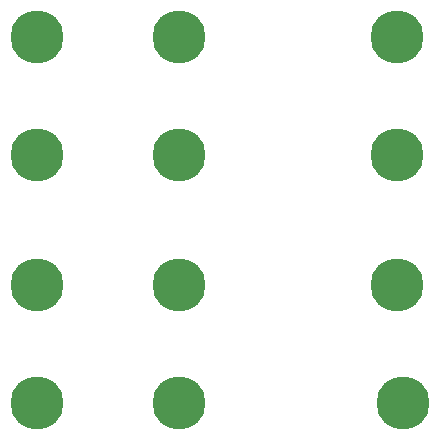
<source format=gbr>
%TF.GenerationSoftware,KiCad,Pcbnew,5.1.6-c6e7f7d~87~ubuntu18.04.1*%
%TF.CreationDate,2021-08-18T14:30:57+12:00*%
%TF.ProjectId,Output Splitter,4f757470-7574-4205-9370-6c6974746572,rev?*%
%TF.SameCoordinates,Original*%
%TF.FileFunction,Soldermask,Bot*%
%TF.FilePolarity,Negative*%
%FSLAX46Y46*%
G04 Gerber Fmt 4.6, Leading zero omitted, Abs format (unit mm)*
G04 Created by KiCad (PCBNEW 5.1.6-c6e7f7d~87~ubuntu18.04.1) date 2021-08-18 14:30:57*
%MOMM*%
%LPD*%
G01*
G04 APERTURE LIST*
%ADD10C,4.500000*%
G04 APERTURE END LIST*
D10*
%TO.C,J1*%
X109000000Y-68000000D03*
%TD*%
%TO.C,J2*%
X140000000Y-68000000D03*
%TD*%
%TO.C,J3*%
X121000000Y-68000000D03*
%TD*%
%TO.C,J4*%
X109000000Y-58000000D03*
%TD*%
%TO.C,J5*%
X139500000Y-58000000D03*
%TD*%
%TO.C,J6*%
X121000000Y-58000000D03*
%TD*%
%TO.C,J7*%
X109000000Y-37000000D03*
%TD*%
%TO.C,J8*%
X139500000Y-37000000D03*
%TD*%
%TO.C,J9*%
X121000000Y-37000000D03*
%TD*%
%TO.C,J10*%
X109000000Y-47000000D03*
%TD*%
%TO.C,J11*%
X139500000Y-47000000D03*
%TD*%
%TO.C,J12*%
X121000000Y-47000000D03*
%TD*%
M02*

</source>
